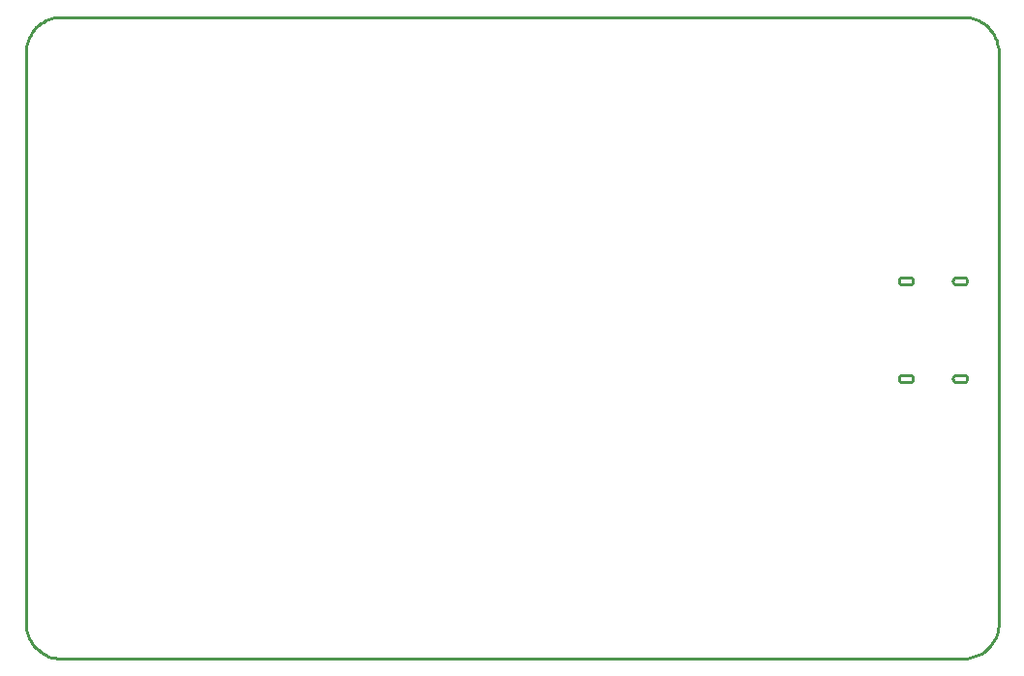
<source format=gbr>
G04 EAGLE Gerber RS-274X export*
G75*
%MOMM*%
%FSLAX34Y34*%
%LPD*%
%IN*%
%IPPOS*%
%AMOC8*
5,1,8,0,0,1.08239X$1,22.5*%
G01*
%ADD10C,0.254000*%


D10*
X3810Y57150D02*
X3926Y54494D01*
X4273Y51857D01*
X4849Y49261D01*
X5648Y46725D01*
X6666Y44269D01*
X7894Y41910D01*
X9322Y39667D01*
X10941Y37558D01*
X12737Y35597D01*
X14698Y33801D01*
X16807Y32182D01*
X19050Y30754D01*
X21409Y29526D01*
X23865Y28508D01*
X26401Y27709D01*
X28997Y27133D01*
X31634Y26786D01*
X34290Y26670D01*
X824230Y26670D01*
X826939Y26844D01*
X829623Y27253D01*
X832262Y27895D01*
X834834Y28764D01*
X837320Y29854D01*
X839702Y31156D01*
X841962Y32661D01*
X844082Y34358D01*
X846046Y36232D01*
X847839Y38271D01*
X849447Y40458D01*
X850859Y42777D01*
X852063Y45211D01*
X853051Y47740D01*
X853814Y50345D01*
X854348Y53007D01*
X854647Y55706D01*
X854710Y58420D01*
X854710Y557530D01*
X854594Y560187D01*
X854247Y562823D01*
X853671Y565419D01*
X852872Y567955D01*
X851854Y570411D01*
X850626Y572770D01*
X849198Y575013D01*
X847579Y577122D01*
X845783Y579083D01*
X843822Y580879D01*
X841713Y582498D01*
X839470Y583926D01*
X837111Y585154D01*
X834655Y586172D01*
X832119Y586971D01*
X829523Y587547D01*
X826887Y587894D01*
X824230Y588010D01*
X34290Y588010D01*
X31634Y587894D01*
X28997Y587547D01*
X26401Y586971D01*
X23865Y586172D01*
X21409Y585154D01*
X19050Y583926D01*
X16807Y582498D01*
X14698Y580879D01*
X12737Y579083D01*
X10941Y577122D01*
X9322Y575013D01*
X7894Y572770D01*
X6666Y570411D01*
X5648Y567955D01*
X4849Y565419D01*
X4273Y562823D01*
X3926Y560187D01*
X3810Y557530D01*
X3810Y57150D01*
X814678Y357152D02*
X814690Y356869D01*
X814727Y356588D01*
X814789Y356311D01*
X814874Y356040D01*
X814983Y355779D01*
X815113Y355527D01*
X815266Y355288D01*
X815438Y355063D01*
X815630Y354854D01*
X815839Y354662D01*
X816064Y354490D01*
X816303Y354337D01*
X816555Y354207D01*
X816816Y354098D01*
X817087Y354013D01*
X817364Y353951D01*
X817645Y353914D01*
X817928Y353902D01*
X823928Y353902D01*
X824211Y353914D01*
X824492Y353951D01*
X824769Y354013D01*
X825040Y354098D01*
X825302Y354207D01*
X825553Y354337D01*
X825792Y354490D01*
X826017Y354662D01*
X826226Y354854D01*
X826418Y355063D01*
X826590Y355288D01*
X826743Y355527D01*
X826874Y355779D01*
X826982Y356040D01*
X827067Y356311D01*
X827129Y356588D01*
X827166Y356869D01*
X827178Y357152D01*
X827166Y357435D01*
X827129Y357716D01*
X827067Y357993D01*
X826982Y358264D01*
X826874Y358526D01*
X826743Y358777D01*
X826590Y359016D01*
X826418Y359241D01*
X826226Y359450D01*
X826017Y359642D01*
X825792Y359814D01*
X825553Y359967D01*
X825302Y360098D01*
X825040Y360206D01*
X824769Y360291D01*
X824492Y360353D01*
X824211Y360390D01*
X823928Y360402D01*
X817928Y360402D01*
X817645Y360390D01*
X817364Y360353D01*
X817087Y360291D01*
X816816Y360206D01*
X816555Y360098D01*
X816303Y359967D01*
X816064Y359814D01*
X815839Y359642D01*
X815630Y359450D01*
X815438Y359241D01*
X815266Y359016D01*
X815113Y358777D01*
X814983Y358526D01*
X814874Y358264D01*
X814789Y357993D01*
X814727Y357716D01*
X814690Y357435D01*
X814678Y357152D01*
X767378Y271752D02*
X767390Y271469D01*
X767427Y271188D01*
X767489Y270911D01*
X767574Y270640D01*
X767683Y270379D01*
X767813Y270127D01*
X767966Y269888D01*
X768138Y269663D01*
X768330Y269454D01*
X768539Y269262D01*
X768764Y269090D01*
X769003Y268937D01*
X769255Y268807D01*
X769516Y268698D01*
X769787Y268613D01*
X770064Y268551D01*
X770345Y268514D01*
X770628Y268502D01*
X776628Y268502D01*
X776911Y268514D01*
X777192Y268551D01*
X777469Y268613D01*
X777740Y268698D01*
X778002Y268807D01*
X778253Y268937D01*
X778492Y269090D01*
X778717Y269262D01*
X778926Y269454D01*
X779118Y269663D01*
X779290Y269888D01*
X779443Y270127D01*
X779574Y270379D01*
X779682Y270640D01*
X779767Y270911D01*
X779829Y271188D01*
X779866Y271469D01*
X779878Y271752D01*
X779866Y272035D01*
X779829Y272316D01*
X779767Y272593D01*
X779682Y272864D01*
X779574Y273126D01*
X779443Y273377D01*
X779290Y273616D01*
X779118Y273841D01*
X778926Y274050D01*
X778717Y274242D01*
X778492Y274414D01*
X778253Y274567D01*
X778002Y274698D01*
X777740Y274806D01*
X777469Y274891D01*
X777192Y274953D01*
X776911Y274990D01*
X776628Y275002D01*
X770628Y275002D01*
X770345Y274990D01*
X770064Y274953D01*
X769787Y274891D01*
X769516Y274806D01*
X769255Y274698D01*
X769003Y274567D01*
X768764Y274414D01*
X768539Y274242D01*
X768330Y274050D01*
X768138Y273841D01*
X767966Y273616D01*
X767813Y273377D01*
X767683Y273126D01*
X767574Y272864D01*
X767489Y272593D01*
X767427Y272316D01*
X767390Y272035D01*
X767378Y271752D01*
X814678Y271752D02*
X814690Y271469D01*
X814727Y271188D01*
X814789Y270911D01*
X814874Y270640D01*
X814983Y270379D01*
X815113Y270127D01*
X815266Y269888D01*
X815438Y269663D01*
X815630Y269454D01*
X815839Y269262D01*
X816064Y269090D01*
X816303Y268937D01*
X816555Y268807D01*
X816816Y268698D01*
X817087Y268613D01*
X817364Y268551D01*
X817645Y268514D01*
X817928Y268502D01*
X823928Y268502D01*
X824211Y268514D01*
X824492Y268551D01*
X824769Y268613D01*
X825040Y268698D01*
X825302Y268807D01*
X825553Y268937D01*
X825792Y269090D01*
X826017Y269262D01*
X826226Y269454D01*
X826418Y269663D01*
X826590Y269888D01*
X826743Y270127D01*
X826874Y270379D01*
X826982Y270640D01*
X827067Y270911D01*
X827129Y271188D01*
X827166Y271469D01*
X827178Y271752D01*
X827166Y272035D01*
X827129Y272316D01*
X827067Y272593D01*
X826982Y272864D01*
X826874Y273126D01*
X826743Y273377D01*
X826590Y273616D01*
X826418Y273841D01*
X826226Y274050D01*
X826017Y274242D01*
X825792Y274414D01*
X825553Y274567D01*
X825302Y274698D01*
X825040Y274806D01*
X824769Y274891D01*
X824492Y274953D01*
X824211Y274990D01*
X823928Y275002D01*
X817928Y275002D01*
X817645Y274990D01*
X817364Y274953D01*
X817087Y274891D01*
X816816Y274806D01*
X816555Y274698D01*
X816303Y274567D01*
X816064Y274414D01*
X815839Y274242D01*
X815630Y274050D01*
X815438Y273841D01*
X815266Y273616D01*
X815113Y273377D01*
X814983Y273126D01*
X814874Y272864D01*
X814789Y272593D01*
X814727Y272316D01*
X814690Y272035D01*
X814678Y271752D01*
X767378Y357152D02*
X767390Y356869D01*
X767427Y356588D01*
X767489Y356311D01*
X767574Y356040D01*
X767683Y355779D01*
X767813Y355527D01*
X767966Y355288D01*
X768138Y355063D01*
X768330Y354854D01*
X768539Y354662D01*
X768764Y354490D01*
X769003Y354337D01*
X769255Y354207D01*
X769516Y354098D01*
X769787Y354013D01*
X770064Y353951D01*
X770345Y353914D01*
X770628Y353902D01*
X776628Y353902D01*
X776911Y353914D01*
X777192Y353951D01*
X777469Y354013D01*
X777740Y354098D01*
X778002Y354207D01*
X778253Y354337D01*
X778492Y354490D01*
X778717Y354662D01*
X778926Y354854D01*
X779118Y355063D01*
X779290Y355288D01*
X779443Y355527D01*
X779574Y355779D01*
X779682Y356040D01*
X779767Y356311D01*
X779829Y356588D01*
X779866Y356869D01*
X779878Y357152D01*
X779866Y357435D01*
X779829Y357716D01*
X779767Y357993D01*
X779682Y358264D01*
X779574Y358526D01*
X779443Y358777D01*
X779290Y359016D01*
X779118Y359241D01*
X778926Y359450D01*
X778717Y359642D01*
X778492Y359814D01*
X778253Y359967D01*
X778002Y360098D01*
X777740Y360206D01*
X777469Y360291D01*
X777192Y360353D01*
X776911Y360390D01*
X776628Y360402D01*
X770628Y360402D01*
X770345Y360390D01*
X770064Y360353D01*
X769787Y360291D01*
X769516Y360206D01*
X769255Y360098D01*
X769003Y359967D01*
X768764Y359814D01*
X768539Y359642D01*
X768330Y359450D01*
X768138Y359241D01*
X767966Y359016D01*
X767813Y358777D01*
X767683Y358526D01*
X767574Y358264D01*
X767489Y357993D01*
X767427Y357716D01*
X767390Y357435D01*
X767378Y357152D01*
M02*

</source>
